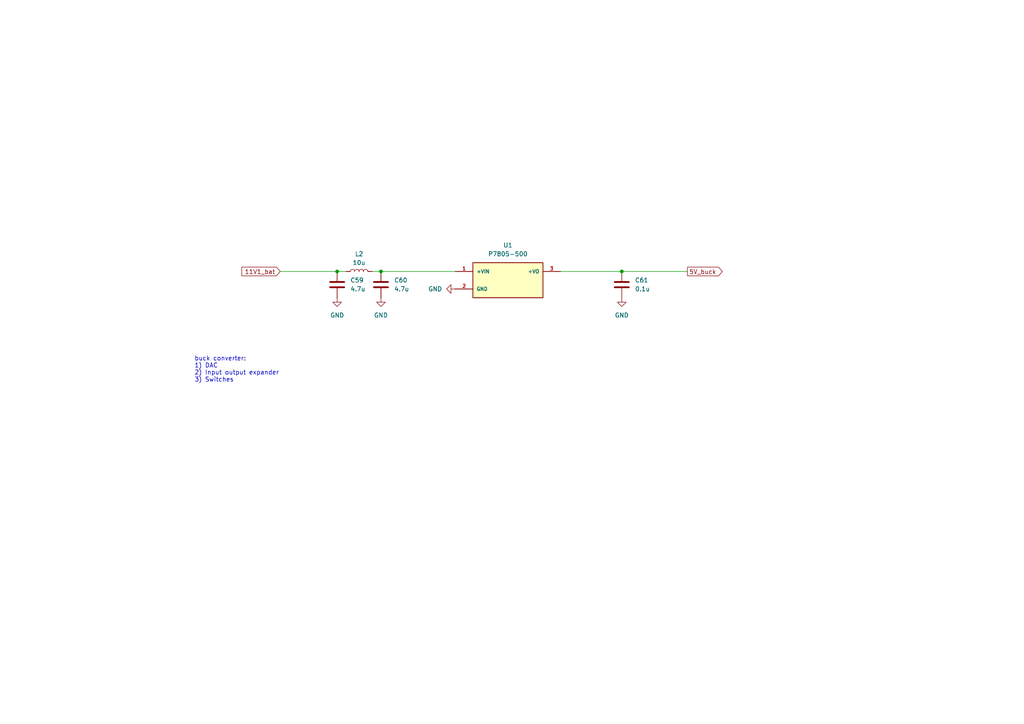
<source format=kicad_sch>
(kicad_sch (version 20231120) (generator "eeschema") (generator_version "8.0")
  (paper "A4")
  (lib_symbols
    (symbol "Device:C" (pin_numbers hide) (pin_names (offset 0.254))
      (property "Reference" "C" (at 0.635 2.54 0))
      (property "Value" "C" (at 0.635 -2.54 0))
      (symbol "C_0_1"
        (polyline (pts (xy -2.032 -0.762) (xy 2.032 -0.762)) (stroke (width 0.508)))
        (polyline (pts (xy -2.032 0.762) (xy 2.032 0.762)) (stroke (width 0.508)))
      )
      (symbol "C_1_1"
        (pin passive line (at 0 3.81 270) (length 2.794) (name "~") (number "1"))
        (pin passive line (at 0 -3.81 90) (length 2.794) (name "~") (number "2"))
      )
    )
    (symbol "Device:L" (pin_numbers hide) (pin_names (offset 1.016) hide)
      (property "Reference" "L" (at -1.27 0 90))
      (property "Value" "L" (at 1.905 0 90))
      (symbol "L_0_1"
        (arc (start 0 -2.54) (mid 0.6323 -1.905) (end 0 -1.27))
        (arc (start 0 -1.27) (mid 0.6323 -0.635) (end 0 0))
        (arc (start 0 0) (mid 0.6323 0.635) (end 0 1.27))
        (arc (start 0 1.27) (mid 0.6323 1.905) (end 0 2.54))
      )
      (symbol "L_1_1"
        (pin passive line (at 0 3.81 270) (length 1.27) (name "1") (number "1"))
        (pin passive line (at 0 -3.81 90) (length 1.27) (name "2") (number "2"))
      )
    )
    (symbol "P7805-500:P7805-500" (pin_names (offset 1.016))
      (property "Reference" "U" (at -10.16 5.842 0))
      (property "Value" "P7805-500" (at -10.414 -7.874 0))
      (symbol "P7805-500_0_0"
        (rectangle (start -10.16 -5.08) (end 10.16 5.08) (stroke (width 0.254)) (fill (type background)))
        (pin input line (at -15.24 2.54 0) (length 5.08) (name "+VIN") (number "1"))
        (pin power_in line (at -15.24 -2.54 0) (length 5.08) (name "GND") (number "2"))
        (pin output line (at 15.24 2.54 180) (length 5.08) (name "+VO") (number "3"))
      )
    )
    (symbol "power:GND" (power) (pin_numbers hide) (pin_names (offset 0) hide)
      (property "Value" "GND" (at 0 -3.81 0))
      (symbol "GND_0_1"
        (polyline (pts (xy 0 0) (xy 0 -1.27) (xy 1.27 -1.27) (xy 0 -2.54) (xy -1.27 -1.27) (xy 0 -1.27)))
      )
      (symbol "GND_1_1"
        (pin power_in line (at 0 0 270) (length 0) (name "~") (number "1"))
      )
    )
  )
  (junction (at 97.79 78.74))
  (junction (at 110.49 78.74))
  (junction (at 180.34 78.74))
  (wire (pts (xy 97.79 78.74) (xy 100.33 78.74)))
  (wire (pts (xy 180.34 78.74) (xy 162.56 78.74)))
  (wire (pts (xy 107.95 78.74) (xy 110.49 78.74)))
  (wire (pts (xy 81.28 78.74) (xy 97.79 78.74)))
  (wire (pts (xy 199.39 78.74) (xy 180.34 78.74)))
  (wire (pts (xy 110.49 78.74) (xy 132.08 78.74)))
  (text "buck converter:\n1) DAC\n2) Input output expander\n3) Switches" (at 56.388 107.188 0) (effects (font (size 1.27 1.27)) (justify left)))
  (global_label "11V1_bat" (shape input) (at 81.28 78.74 180) (property "Intersheetrefs" "${INTERSHEET_REFS}" (effects (hide yes))))
  (global_label "5V_buck" (shape output) (at 199.39 78.74 0) (property "Intersheetrefs" "${INTERSHEET_REFS}" (effects (hide yes))))
  (symbol (lib_id "power:GND") (at 110.49 86.36 0) (unit 1)
    (property "Reference" "#PWR0120" (effects (hide yes)))
    (property "Value" "GND" (at 110.49 91.44 0))
    (property "Description" "Power symbol creates a global label with name \"GND\" , ground" (effects (hide yes)))
  )
  (symbol (lib_id "power:GND") (at 180.34 86.36 0) (unit 1)
    (property "Reference" "#PWR0122" (effects (hide yes)))
    (property "Value" "GND" (at 180.34 91.44 0))
    (property "Description" "Power symbol creates a global label with name \"GND\" , ground" (effects (hide yes)))
  )
  (symbol (lib_id "P7805-500:P7805-500") (at 147.32 81.28 0) (unit 1)
    (property "Reference" "U1" (at 147.32 71.12 0))
    (property "Value" "P7805-500" (at 147.32 73.66 0))
    (property "Footprint" "P7805-500:CONV_P7805-500" (effects (hide yes)))
    (property "PARTREV" "1.0" (effects (hide yes)))
    (property "MANUFACTURER" "CUI Inc" (effects (hide yes)))
    (property "SNAPEDA_PN" "P7805-500" (effects (hide yes)))
    (property "MAXIMUM_PACKAGE_HEIGHT" "17.5mm" (effects (hide yes)))
    (property "STANDARD" "Manufacturer Recommendations" (effects (hide yes)))
  )
  (symbol (lib_id "Device:L") (at 104.14 78.74 90) (unit 1)
    (property "Reference" "L2" (at 104.14 73.66 90))
    (property "Value" "10u" (at 104.14 76.2 90))
    (property "Description" "Inductor" (effects (hide yes)))
  )
  (symbol (lib_id "Device:C") (at 180.34 82.55 0) (unit 1)
    (property "Reference" "C61" (at 184.15 81.2799 0) (effects (justify left)))
    (property "Value" "0.1u" (at 184.15 83.8199 0) (effects (justify left)))
    (property "Description" "Unpolarized capacitor" (effects (hide yes)))
  )
  (symbol (lib_id "Device:C") (at 110.49 82.55 0) (unit 1)
    (property "Reference" "C60" (at 114.3 81.2799 0) (effects (justify left)))
    (property "Value" "4.7u" (at 114.3 83.8199 0) (effects (justify left)))
    (property "Description" "Unpolarized capacitor" (effects (hide yes)))
  )
  (symbol (lib_id "power:GND") (at 132.08 83.82 270) (unit 1)
    (property "Reference" "#PWR0121" (effects (hide yes)))
    (property "Value" "GND" (at 128.27 83.8199 90) (effects (justify right)))
    (property "Description" "Power symbol creates a global label with name \"GND\" , ground" (effects (hide yes)))
  )
  (symbol (lib_id "Device:C") (at 97.79 82.55 0) (unit 1)
    (property "Reference" "C59" (at 101.6 81.2799 0) (effects (justify left)))
    (property "Value" "4.7u" (at 101.6 83.8199 0) (effects (justify left)))
    (property "Description" "Unpolarized capacitor" (effects (hide yes)))
  )
  (symbol (lib_id "power:GND") (at 97.79 86.36 0) (unit 1)
    (property "Reference" "#PWR0119" (effects (hide yes)))
    (property "Value" "GND" (at 97.79 91.44 0))
    (property "Description" "Power symbol creates a global label with name \"GND\" , ground" (effects (hide yes)))
  )
)
</source>
